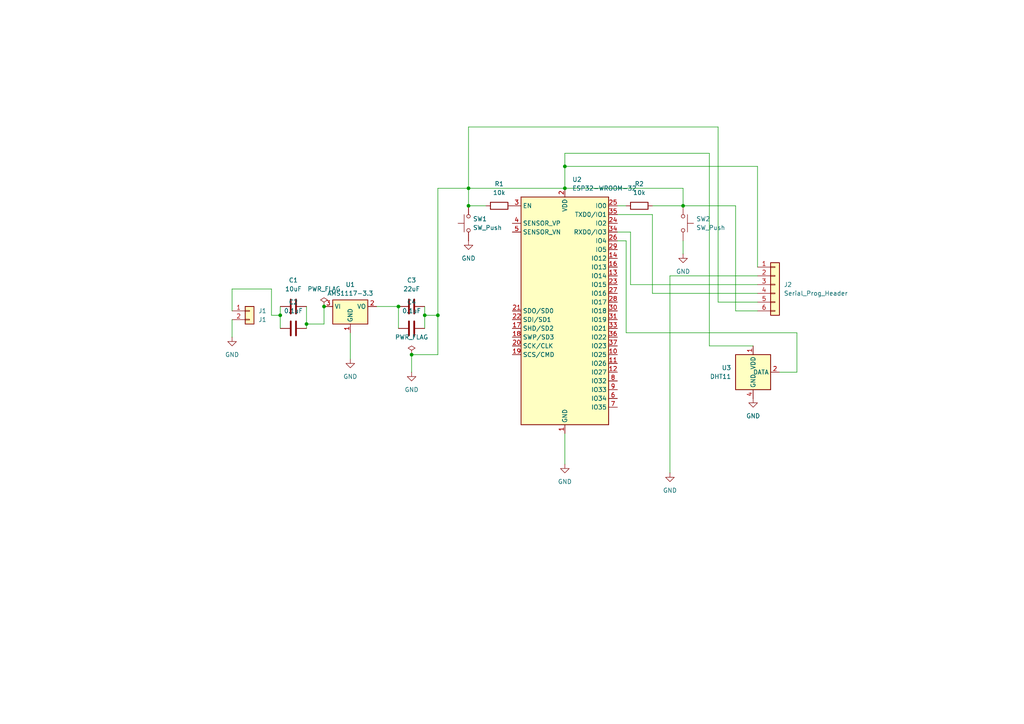
<source format=kicad_sch>
(kicad_sch
	(version 20250114)
	(generator "eeschema")
	(generator_version "9.0")
	(uuid "85931d4a-743c-4e66-828d-40480aed3678")
	(paper "A4")
	(lib_symbols
		(symbol "Connector_Generic:Conn_01x02"
			(pin_names
				(offset 1.016)
				(hide yes)
			)
			(exclude_from_sim no)
			(in_bom yes)
			(on_board yes)
			(property "Reference" "J"
				(at 0 2.54 0)
				(effects
					(font
						(size 1.27 1.27)
					)
				)
			)
			(property "Value" "Conn_01x02"
				(at 0 -5.08 0)
				(effects
					(font
						(size 1.27 1.27)
					)
				)
			)
			(property "Footprint" ""
				(at 0 0 0)
				(effects
					(font
						(size 1.27 1.27)
					)
					(hide yes)
				)
			)
			(property "Datasheet" "~"
				(at 0 0 0)
				(effects
					(font
						(size 1.27 1.27)
					)
					(hide yes)
				)
			)
			(property "Description" "Generic connector, single row, 01x02, script generated (kicad-library-utils/schlib/autogen/connector/)"
				(at 0 0 0)
				(effects
					(font
						(size 1.27 1.27)
					)
					(hide yes)
				)
			)
			(property "ki_keywords" "connector"
				(at 0 0 0)
				(effects
					(font
						(size 1.27 1.27)
					)
					(hide yes)
				)
			)
			(property "ki_fp_filters" "Connector*:*_1x??_*"
				(at 0 0 0)
				(effects
					(font
						(size 1.27 1.27)
					)
					(hide yes)
				)
			)
			(symbol "Conn_01x02_1_1"
				(rectangle
					(start -1.27 1.27)
					(end 1.27 -3.81)
					(stroke
						(width 0.254)
						(type default)
					)
					(fill
						(type background)
					)
				)
				(rectangle
					(start -1.27 0.127)
					(end 0 -0.127)
					(stroke
						(width 0.1524)
						(type default)
					)
					(fill
						(type none)
					)
				)
				(rectangle
					(start -1.27 -2.413)
					(end 0 -2.667)
					(stroke
						(width 0.1524)
						(type default)
					)
					(fill
						(type none)
					)
				)
				(pin passive line
					(at -5.08 0 0)
					(length 3.81)
					(name "Pin_1"
						(effects
							(font
								(size 1.27 1.27)
							)
						)
					)
					(number "1"
						(effects
							(font
								(size 1.27 1.27)
							)
						)
					)
				)
				(pin passive line
					(at -5.08 -2.54 0)
					(length 3.81)
					(name "Pin_2"
						(effects
							(font
								(size 1.27 1.27)
							)
						)
					)
					(number "2"
						(effects
							(font
								(size 1.27 1.27)
							)
						)
					)
				)
			)
			(embedded_fonts no)
		)
		(symbol "Connector_Generic:Conn_01x06"
			(pin_names
				(offset 1.016)
				(hide yes)
			)
			(exclude_from_sim no)
			(in_bom yes)
			(on_board yes)
			(property "Reference" "J"
				(at 0 7.62 0)
				(effects
					(font
						(size 1.27 1.27)
					)
				)
			)
			(property "Value" "Conn_01x06"
				(at 0 -10.16 0)
				(effects
					(font
						(size 1.27 1.27)
					)
				)
			)
			(property "Footprint" ""
				(at 0 0 0)
				(effects
					(font
						(size 1.27 1.27)
					)
					(hide yes)
				)
			)
			(property "Datasheet" "~"
				(at 0 0 0)
				(effects
					(font
						(size 1.27 1.27)
					)
					(hide yes)
				)
			)
			(property "Description" "Generic connector, single row, 01x06, script generated (kicad-library-utils/schlib/autogen/connector/)"
				(at 0 0 0)
				(effects
					(font
						(size 1.27 1.27)
					)
					(hide yes)
				)
			)
			(property "ki_keywords" "connector"
				(at 0 0 0)
				(effects
					(font
						(size 1.27 1.27)
					)
					(hide yes)
				)
			)
			(property "ki_fp_filters" "Connector*:*_1x??_*"
				(at 0 0 0)
				(effects
					(font
						(size 1.27 1.27)
					)
					(hide yes)
				)
			)
			(symbol "Conn_01x06_1_1"
				(rectangle
					(start -1.27 6.35)
					(end 1.27 -8.89)
					(stroke
						(width 0.254)
						(type default)
					)
					(fill
						(type background)
					)
				)
				(rectangle
					(start -1.27 5.207)
					(end 0 4.953)
					(stroke
						(width 0.1524)
						(type default)
					)
					(fill
						(type none)
					)
				)
				(rectangle
					(start -1.27 2.667)
					(end 0 2.413)
					(stroke
						(width 0.1524)
						(type default)
					)
					(fill
						(type none)
					)
				)
				(rectangle
					(start -1.27 0.127)
					(end 0 -0.127)
					(stroke
						(width 0.1524)
						(type default)
					)
					(fill
						(type none)
					)
				)
				(rectangle
					(start -1.27 -2.413)
					(end 0 -2.667)
					(stroke
						(width 0.1524)
						(type default)
					)
					(fill
						(type none)
					)
				)
				(rectangle
					(start -1.27 -4.953)
					(end 0 -5.207)
					(stroke
						(width 0.1524)
						(type default)
					)
					(fill
						(type none)
					)
				)
				(rectangle
					(start -1.27 -7.493)
					(end 0 -7.747)
					(stroke
						(width 0.1524)
						(type default)
					)
					(fill
						(type none)
					)
				)
				(pin passive line
					(at -5.08 5.08 0)
					(length 3.81)
					(name "Pin_1"
						(effects
							(font
								(size 1.27 1.27)
							)
						)
					)
					(number "1"
						(effects
							(font
								(size 1.27 1.27)
							)
						)
					)
				)
				(pin passive line
					(at -5.08 2.54 0)
					(length 3.81)
					(name "Pin_2"
						(effects
							(font
								(size 1.27 1.27)
							)
						)
					)
					(number "2"
						(effects
							(font
								(size 1.27 1.27)
							)
						)
					)
				)
				(pin passive line
					(at -5.08 0 0)
					(length 3.81)
					(name "Pin_3"
						(effects
							(font
								(size 1.27 1.27)
							)
						)
					)
					(number "3"
						(effects
							(font
								(size 1.27 1.27)
							)
						)
					)
				)
				(pin passive line
					(at -5.08 -2.54 0)
					(length 3.81)
					(name "Pin_4"
						(effects
							(font
								(size 1.27 1.27)
							)
						)
					)
					(number "4"
						(effects
							(font
								(size 1.27 1.27)
							)
						)
					)
				)
				(pin passive line
					(at -5.08 -5.08 0)
					(length 3.81)
					(name "Pin_5"
						(effects
							(font
								(size 1.27 1.27)
							)
						)
					)
					(number "5"
						(effects
							(font
								(size 1.27 1.27)
							)
						)
					)
				)
				(pin passive line
					(at -5.08 -7.62 0)
					(length 3.81)
					(name "Pin_6"
						(effects
							(font
								(size 1.27 1.27)
							)
						)
					)
					(number "6"
						(effects
							(font
								(size 1.27 1.27)
							)
						)
					)
				)
			)
			(embedded_fonts no)
		)
		(symbol "Device:C"
			(pin_numbers
				(hide yes)
			)
			(pin_names
				(offset 0.254)
			)
			(exclude_from_sim no)
			(in_bom yes)
			(on_board yes)
			(property "Reference" "C"
				(at 0.635 2.54 0)
				(effects
					(font
						(size 1.27 1.27)
					)
					(justify left)
				)
			)
			(property "Value" "C"
				(at 0.635 -2.54 0)
				(effects
					(font
						(size 1.27 1.27)
					)
					(justify left)
				)
			)
			(property "Footprint" ""
				(at 0.9652 -3.81 0)
				(effects
					(font
						(size 1.27 1.27)
					)
					(hide yes)
				)
			)
			(property "Datasheet" "~"
				(at 0 0 0)
				(effects
					(font
						(size 1.27 1.27)
					)
					(hide yes)
				)
			)
			(property "Description" "Unpolarized capacitor"
				(at 0 0 0)
				(effects
					(font
						(size 1.27 1.27)
					)
					(hide yes)
				)
			)
			(property "ki_keywords" "cap capacitor"
				(at 0 0 0)
				(effects
					(font
						(size 1.27 1.27)
					)
					(hide yes)
				)
			)
			(property "ki_fp_filters" "C_*"
				(at 0 0 0)
				(effects
					(font
						(size 1.27 1.27)
					)
					(hide yes)
				)
			)
			(symbol "C_0_1"
				(polyline
					(pts
						(xy -2.032 0.762) (xy 2.032 0.762)
					)
					(stroke
						(width 0.508)
						(type default)
					)
					(fill
						(type none)
					)
				)
				(polyline
					(pts
						(xy -2.032 -0.762) (xy 2.032 -0.762)
					)
					(stroke
						(width 0.508)
						(type default)
					)
					(fill
						(type none)
					)
				)
			)
			(symbol "C_1_1"
				(pin passive line
					(at 0 3.81 270)
					(length 2.794)
					(name "~"
						(effects
							(font
								(size 1.27 1.27)
							)
						)
					)
					(number "1"
						(effects
							(font
								(size 1.27 1.27)
							)
						)
					)
				)
				(pin passive line
					(at 0 -3.81 90)
					(length 2.794)
					(name "~"
						(effects
							(font
								(size 1.27 1.27)
							)
						)
					)
					(number "2"
						(effects
							(font
								(size 1.27 1.27)
							)
						)
					)
				)
			)
			(embedded_fonts no)
		)
		(symbol "Device:R"
			(pin_numbers
				(hide yes)
			)
			(pin_names
				(offset 0)
			)
			(exclude_from_sim no)
			(in_bom yes)
			(on_board yes)
			(property "Reference" "R"
				(at 2.032 0 90)
				(effects
					(font
						(size 1.27 1.27)
					)
				)
			)
			(property "Value" "R"
				(at 0 0 90)
				(effects
					(font
						(size 1.27 1.27)
					)
				)
			)
			(property "Footprint" ""
				(at -1.778 0 90)
				(effects
					(font
						(size 1.27 1.27)
					)
					(hide yes)
				)
			)
			(property "Datasheet" "~"
				(at 0 0 0)
				(effects
					(font
						(size 1.27 1.27)
					)
					(hide yes)
				)
			)
			(property "Description" "Resistor"
				(at 0 0 0)
				(effects
					(font
						(size 1.27 1.27)
					)
					(hide yes)
				)
			)
			(property "ki_keywords" "R res resistor"
				(at 0 0 0)
				(effects
					(font
						(size 1.27 1.27)
					)
					(hide yes)
				)
			)
			(property "ki_fp_filters" "R_*"
				(at 0 0 0)
				(effects
					(font
						(size 1.27 1.27)
					)
					(hide yes)
				)
			)
			(symbol "R_0_1"
				(rectangle
					(start -1.016 -2.54)
					(end 1.016 2.54)
					(stroke
						(width 0.254)
						(type default)
					)
					(fill
						(type none)
					)
				)
			)
			(symbol "R_1_1"
				(pin passive line
					(at 0 3.81 270)
					(length 1.27)
					(name "~"
						(effects
							(font
								(size 1.27 1.27)
							)
						)
					)
					(number "1"
						(effects
							(font
								(size 1.27 1.27)
							)
						)
					)
				)
				(pin passive line
					(at 0 -3.81 90)
					(length 1.27)
					(name "~"
						(effects
							(font
								(size 1.27 1.27)
							)
						)
					)
					(number "2"
						(effects
							(font
								(size 1.27 1.27)
							)
						)
					)
				)
			)
			(embedded_fonts no)
		)
		(symbol "RF_Module:ESP32-WROOM-32"
			(exclude_from_sim no)
			(in_bom yes)
			(on_board yes)
			(property "Reference" "U"
				(at -12.7 34.29 0)
				(effects
					(font
						(size 1.27 1.27)
					)
					(justify left)
				)
			)
			(property "Value" "ESP32-WROOM-32"
				(at 1.27 34.29 0)
				(effects
					(font
						(size 1.27 1.27)
					)
					(justify left)
				)
			)
			(property "Footprint" "RF_Module:ESP32-WROOM-32"
				(at 0 -38.1 0)
				(effects
					(font
						(size 1.27 1.27)
					)
					(hide yes)
				)
			)
			(property "Datasheet" "https://www.espressif.com/sites/default/files/documentation/esp32-wroom-32_datasheet_en.pdf"
				(at -7.62 1.27 0)
				(effects
					(font
						(size 1.27 1.27)
					)
					(hide yes)
				)
			)
			(property "Description" "RF Module, ESP32-D0WDQ6 SoC, Wi-Fi 802.11b/g/n, Bluetooth, BLE, 32-bit, 2.7-3.6V, onboard antenna, SMD"
				(at 0 0 0)
				(effects
					(font
						(size 1.27 1.27)
					)
					(hide yes)
				)
			)
			(property "ki_keywords" "RF Radio BT ESP ESP32 Espressif onboard PCB antenna"
				(at 0 0 0)
				(effects
					(font
						(size 1.27 1.27)
					)
					(hide yes)
				)
			)
			(property "ki_fp_filters" "ESP32?WROOM?32*"
				(at 0 0 0)
				(effects
					(font
						(size 1.27 1.27)
					)
					(hide yes)
				)
			)
			(symbol "ESP32-WROOM-32_0_1"
				(rectangle
					(start -12.7 33.02)
					(end 12.7 -33.02)
					(stroke
						(width 0.254)
						(type default)
					)
					(fill
						(type background)
					)
				)
			)
			(symbol "ESP32-WROOM-32_1_1"
				(pin input line
					(at -15.24 30.48 0)
					(length 2.54)
					(name "EN"
						(effects
							(font
								(size 1.27 1.27)
							)
						)
					)
					(number "3"
						(effects
							(font
								(size 1.27 1.27)
							)
						)
					)
				)
				(pin input line
					(at -15.24 25.4 0)
					(length 2.54)
					(name "SENSOR_VP"
						(effects
							(font
								(size 1.27 1.27)
							)
						)
					)
					(number "4"
						(effects
							(font
								(size 1.27 1.27)
							)
						)
					)
				)
				(pin input line
					(at -15.24 22.86 0)
					(length 2.54)
					(name "SENSOR_VN"
						(effects
							(font
								(size 1.27 1.27)
							)
						)
					)
					(number "5"
						(effects
							(font
								(size 1.27 1.27)
							)
						)
					)
				)
				(pin bidirectional line
					(at -15.24 0 0)
					(length 2.54)
					(name "SDO/SD0"
						(effects
							(font
								(size 1.27 1.27)
							)
						)
					)
					(number "21"
						(effects
							(font
								(size 1.27 1.27)
							)
						)
					)
				)
				(pin bidirectional line
					(at -15.24 -2.54 0)
					(length 2.54)
					(name "SDI/SD1"
						(effects
							(font
								(size 1.27 1.27)
							)
						)
					)
					(number "22"
						(effects
							(font
								(size 1.27 1.27)
							)
						)
					)
				)
				(pin bidirectional line
					(at -15.24 -5.08 0)
					(length 2.54)
					(name "SHD/SD2"
						(effects
							(font
								(size 1.27 1.27)
							)
						)
					)
					(number "17"
						(effects
							(font
								(size 1.27 1.27)
							)
						)
					)
				)
				(pin bidirectional line
					(at -15.24 -7.62 0)
					(length 2.54)
					(name "SWP/SD3"
						(effects
							(font
								(size 1.27 1.27)
							)
						)
					)
					(number "18"
						(effects
							(font
								(size 1.27 1.27)
							)
						)
					)
				)
				(pin bidirectional line
					(at -15.24 -10.16 0)
					(length 2.54)
					(name "SCK/CLK"
						(effects
							(font
								(size 1.27 1.27)
							)
						)
					)
					(number "20"
						(effects
							(font
								(size 1.27 1.27)
							)
						)
					)
				)
				(pin bidirectional line
					(at -15.24 -12.7 0)
					(length 2.54)
					(name "SCS/CMD"
						(effects
							(font
								(size 1.27 1.27)
							)
						)
					)
					(number "19"
						(effects
							(font
								(size 1.27 1.27)
							)
						)
					)
				)
				(pin no_connect line
					(at -12.7 -27.94 0)
					(length 2.54)
					(hide yes)
					(name "NC"
						(effects
							(font
								(size 1.27 1.27)
							)
						)
					)
					(number "32"
						(effects
							(font
								(size 1.27 1.27)
							)
						)
					)
				)
				(pin power_in line
					(at 0 35.56 270)
					(length 2.54)
					(name "VDD"
						(effects
							(font
								(size 1.27 1.27)
							)
						)
					)
					(number "2"
						(effects
							(font
								(size 1.27 1.27)
							)
						)
					)
				)
				(pin power_in line
					(at 0 -35.56 90)
					(length 2.54)
					(name "GND"
						(effects
							(font
								(size 1.27 1.27)
							)
						)
					)
					(number "1"
						(effects
							(font
								(size 1.27 1.27)
							)
						)
					)
				)
				(pin passive line
					(at 0 -35.56 90)
					(length 2.54)
					(hide yes)
					(name "GND"
						(effects
							(font
								(size 1.27 1.27)
							)
						)
					)
					(number "15"
						(effects
							(font
								(size 1.27 1.27)
							)
						)
					)
				)
				(pin passive line
					(at 0 -35.56 90)
					(length 2.54)
					(hide yes)
					(name "GND"
						(effects
							(font
								(size 1.27 1.27)
							)
						)
					)
					(number "38"
						(effects
							(font
								(size 1.27 1.27)
							)
						)
					)
				)
				(pin passive line
					(at 0 -35.56 90)
					(length 2.54)
					(hide yes)
					(name "GND"
						(effects
							(font
								(size 1.27 1.27)
							)
						)
					)
					(number "39"
						(effects
							(font
								(size 1.27 1.27)
							)
						)
					)
				)
				(pin bidirectional line
					(at 15.24 30.48 180)
					(length 2.54)
					(name "IO0"
						(effects
							(font
								(size 1.27 1.27)
							)
						)
					)
					(number "25"
						(effects
							(font
								(size 1.27 1.27)
							)
						)
					)
				)
				(pin bidirectional line
					(at 15.24 27.94 180)
					(length 2.54)
					(name "TXD0/IO1"
						(effects
							(font
								(size 1.27 1.27)
							)
						)
					)
					(number "35"
						(effects
							(font
								(size 1.27 1.27)
							)
						)
					)
				)
				(pin bidirectional line
					(at 15.24 25.4 180)
					(length 2.54)
					(name "IO2"
						(effects
							(font
								(size 1.27 1.27)
							)
						)
					)
					(number "24"
						(effects
							(font
								(size 1.27 1.27)
							)
						)
					)
				)
				(pin bidirectional line
					(at 15.24 22.86 180)
					(length 2.54)
					(name "RXD0/IO3"
						(effects
							(font
								(size 1.27 1.27)
							)
						)
					)
					(number "34"
						(effects
							(font
								(size 1.27 1.27)
							)
						)
					)
				)
				(pin bidirectional line
					(at 15.24 20.32 180)
					(length 2.54)
					(name "IO4"
						(effects
							(font
								(size 1.27 1.27)
							)
						)
					)
					(number "26"
						(effects
							(font
								(size 1.27 1.27)
							)
						)
					)
				)
				(pin bidirectional line
					(at 15.24 17.78 180)
					(length 2.54)
					(name "IO5"
						(effects
							(font
								(size 1.27 1.27)
							)
						)
					)
					(number "29"
						(effects
							(font
								(size 1.27 1.27)
							)
						)
					)
				)
				(pin bidirectional line
					(at 15.24 15.24 180)
					(length 2.54)
					(name "IO12"
						(effects
							(font
								(size 1.27 1.27)
							)
						)
					)
					(number "14"
						(effects
							(font
								(size 1.27 1.27)
							)
						)
					)
				)
				(pin bidirectional line
					(at 15.24 12.7 180)
					(length 2.54)
					(name "IO13"
						(effects
							(font
								(size 1.27 1.27)
							)
						)
					)
					(number "16"
						(effects
							(font
								(size 1.27 1.27)
							)
						)
					)
				)
				(pin bidirectional line
					(at 15.24 10.16 180)
					(length 2.54)
					(name "IO14"
						(effects
							(font
								(size 1.27 1.27)
							)
						)
					)
					(number "13"
						(effects
							(font
								(size 1.27 1.27)
							)
						)
					)
				)
				(pin bidirectional line
					(at 15.24 7.62 180)
					(length 2.54)
					(name "IO15"
						(effects
							(font
								(size 1.27 1.27)
							)
						)
					)
					(number "23"
						(effects
							(font
								(size 1.27 1.27)
							)
						)
					)
				)
				(pin bidirectional line
					(at 15.24 5.08 180)
					(length 2.54)
					(name "IO16"
						(effects
							(font
								(size 1.27 1.27)
							)
						)
					)
					(number "27"
						(effects
							(font
								(size 1.27 1.27)
							)
						)
					)
				)
				(pin bidirectional line
					(at 15.24 2.54 180)
					(length 2.54)
					(name "IO17"
						(effects
							(font
								(size 1.27 1.27)
							)
						)
					)
					(number "28"
						(effects
							(font
								(size 1.27 1.27)
							)
						)
					)
				)
				(pin bidirectional line
					(at 15.24 0 180)
					(length 2.54)
					(name "IO18"
						(effects
							(font
								(size 1.27 1.27)
							)
						)
					)
					(number "30"
						(effects
							(font
								(size 1.27 1.27)
							)
						)
					)
				)
				(pin bidirectional line
					(at 15.24 -2.54 180)
					(length 2.54)
					(name "IO19"
						(effects
							(font
								(size 1.27 1.27)
							)
						)
					)
					(number "31"
						(effects
							(font
								(size 1.27 1.27)
							)
						)
					)
				)
				(pin bidirectional line
					(at 15.24 -5.08 180)
					(length 2.54)
					(name "IO21"
						(effects
							(font
								(size 1.27 1.27)
							)
						)
					)
					(number "33"
						(effects
							(font
								(size 1.27 1.27)
							)
						)
					)
				)
				(pin bidirectional line
					(at 15.24 -7.62 180)
					(length 2.54)
					(name "IO22"
						(effects
							(font
								(size 1.27 1.27)
							)
						)
					)
					(number "36"
						(effects
							(font
								(size 1.27 1.27)
							)
						)
					)
				)
				(pin bidirectional line
					(at 15.24 -10.16 180)
					(length 2.54)
					(name "IO23"
						(effects
							(font
								(size 1.27 1.27)
							)
						)
					)
					(number "37"
						(effects
							(font
								(size 1.27 1.27)
							)
						)
					)
				)
				(pin bidirectional line
					(at 15.24 -12.7 180)
					(length 2.54)
					(name "IO25"
						(effects
							(font
								(size 1.27 1.27)
							)
						)
					)
					(number "10"
						(effects
							(font
								(size 1.27 1.27)
							)
						)
					)
				)
				(pin bidirectional line
					(at 15.24 -15.24 180)
					(length 2.54)
					(name "IO26"
						(effects
							(font
								(size 1.27 1.27)
							)
						)
					)
					(number "11"
						(effects
							(font
								(size 1.27 1.27)
							)
						)
					)
				)
				(pin bidirectional line
					(at 15.24 -17.78 180)
					(length 2.54)
					(name "IO27"
						(effects
							(font
								(size 1.27 1.27)
							)
						)
					)
					(number "12"
						(effects
							(font
								(size 1.27 1.27)
							)
						)
					)
				)
				(pin bidirectional line
					(at 15.24 -20.32 180)
					(length 2.54)
					(name "IO32"
						(effects
							(font
								(size 1.27 1.27)
							)
						)
					)
					(number "8"
						(effects
							(font
								(size 1.27 1.27)
							)
						)
					)
				)
				(pin bidirectional line
					(at 15.24 -22.86 180)
					(length 2.54)
					(name "IO33"
						(effects
							(font
								(size 1.27 1.27)
							)
						)
					)
					(number "9"
						(effects
							(font
								(size 1.27 1.27)
							)
						)
					)
				)
				(pin input line
					(at 15.24 -25.4 180)
					(length 2.54)
					(name "IO34"
						(effects
							(font
								(size 1.27 1.27)
							)
						)
					)
					(number "6"
						(effects
							(font
								(size 1.27 1.27)
							)
						)
					)
				)
				(pin input line
					(at 15.24 -27.94 180)
					(length 2.54)
					(name "IO35"
						(effects
							(font
								(size 1.27 1.27)
							)
						)
					)
					(number "7"
						(effects
							(font
								(size 1.27 1.27)
							)
						)
					)
				)
			)
			(embedded_fonts no)
		)
		(symbol "Regulator_Linear:AMS1117-3.3"
			(exclude_from_sim no)
			(in_bom yes)
			(on_board yes)
			(property "Reference" "U"
				(at -3.81 3.175 0)
				(effects
					(font
						(size 1.27 1.27)
					)
				)
			)
			(property "Value" "AMS1117-3.3"
				(at 0 3.175 0)
				(effects
					(font
						(size 1.27 1.27)
					)
					(justify left)
				)
			)
			(property "Footprint" "Package_TO_SOT_SMD:SOT-223-3_TabPin2"
				(at 0 5.08 0)
				(effects
					(font
						(size 1.27 1.27)
					)
					(hide yes)
				)
			)
			(property "Datasheet" "http://www.advanced-monolithic.com/pdf/ds1117.pdf"
				(at 2.54 -6.35 0)
				(effects
					(font
						(size 1.27 1.27)
					)
					(hide yes)
				)
			)
			(property "Description" "1A Low Dropout regulator, positive, 3.3V fixed output, SOT-223"
				(at 0 0 0)
				(effects
					(font
						(size 1.27 1.27)
					)
					(hide yes)
				)
			)
			(property "ki_keywords" "linear regulator ldo fixed positive"
				(at 0 0 0)
				(effects
					(font
						(size 1.27 1.27)
					)
					(hide yes)
				)
			)
			(property "ki_fp_filters" "SOT?223*TabPin2*"
				(at 0 0 0)
				(effects
					(font
						(size 1.27 1.27)
					)
					(hide yes)
				)
			)
			(symbol "AMS1117-3.3_0_1"
				(rectangle
					(start -5.08 -5.08)
					(end 5.08 1.905)
					(stroke
						(width 0.254)
						(type default)
					)
					(fill
						(type background)
					)
				)
			)
			(symbol "AMS1117-3.3_1_1"
				(pin power_in line
					(at -7.62 0 0)
					(length 2.54)
					(name "VI"
						(effects
							(font
								(size 1.27 1.27)
							)
						)
					)
					(number "3"
						(effects
							(font
								(size 1.27 1.27)
							)
						)
					)
				)
				(pin power_in line
					(at 0 -7.62 90)
					(length 2.54)
					(name "GND"
						(effects
							(font
								(size 1.27 1.27)
							)
						)
					)
					(number "1"
						(effects
							(font
								(size 1.27 1.27)
							)
						)
					)
				)
				(pin power_out line
					(at 7.62 0 180)
					(length 2.54)
					(name "VO"
						(effects
							(font
								(size 1.27 1.27)
							)
						)
					)
					(number "2"
						(effects
							(font
								(size 1.27 1.27)
							)
						)
					)
				)
			)
			(embedded_fonts no)
		)
		(symbol "Sensor:DHT11"
			(exclude_from_sim no)
			(in_bom yes)
			(on_board yes)
			(property "Reference" "U"
				(at -3.81 6.35 0)
				(effects
					(font
						(size 1.27 1.27)
					)
				)
			)
			(property "Value" "DHT11"
				(at 3.81 6.35 0)
				(effects
					(font
						(size 1.27 1.27)
					)
				)
			)
			(property "Footprint" "Sensor:Aosong_DHT11_5.5x12.0_P2.54mm"
				(at 0 -10.16 0)
				(effects
					(font
						(size 1.27 1.27)
					)
					(hide yes)
				)
			)
			(property "Datasheet" "http://akizukidenshi.com/download/ds/aosong/DHT11.pdf"
				(at 3.81 6.35 0)
				(effects
					(font
						(size 1.27 1.27)
					)
					(hide yes)
				)
			)
			(property "Description" "3.3V to 5.5V, temperature and humidity module, DHT11"
				(at 0 0 0)
				(effects
					(font
						(size 1.27 1.27)
					)
					(hide yes)
				)
			)
			(property "ki_keywords" "digital sensor"
				(at 0 0 0)
				(effects
					(font
						(size 1.27 1.27)
					)
					(hide yes)
				)
			)
			(property "ki_fp_filters" "Aosong*DHT11*5.5x12.0*P2.54mm*"
				(at 0 0 0)
				(effects
					(font
						(size 1.27 1.27)
					)
					(hide yes)
				)
			)
			(symbol "DHT11_0_1"
				(rectangle
					(start -5.08 5.08)
					(end 5.08 -5.08)
					(stroke
						(width 0.254)
						(type default)
					)
					(fill
						(type background)
					)
				)
			)
			(symbol "DHT11_1_1"
				(pin no_connect line
					(at -5.08 0 0)
					(length 2.54)
					(hide yes)
					(name "NC"
						(effects
							(font
								(size 1.27 1.27)
							)
						)
					)
					(number "3"
						(effects
							(font
								(size 1.27 1.27)
							)
						)
					)
				)
				(pin power_in line
					(at 0 7.62 270)
					(length 2.54)
					(name "VDD"
						(effects
							(font
								(size 1.27 1.27)
							)
						)
					)
					(number "1"
						(effects
							(font
								(size 1.27 1.27)
							)
						)
					)
				)
				(pin power_in line
					(at 0 -7.62 90)
					(length 2.54)
					(name "GND"
						(effects
							(font
								(size 1.27 1.27)
							)
						)
					)
					(number "4"
						(effects
							(font
								(size 1.27 1.27)
							)
						)
					)
				)
				(pin bidirectional line
					(at 7.62 0 180)
					(length 2.54)
					(name "DATA"
						(effects
							(font
								(size 1.27 1.27)
							)
						)
					)
					(number "2"
						(effects
							(font
								(size 1.27 1.27)
							)
						)
					)
				)
			)
			(embedded_fonts no)
		)
		(symbol "Switch:SW_Push"
			(pin_numbers
				(hide yes)
			)
			(pin_names
				(offset 1.016)
				(hide yes)
			)
			(exclude_from_sim no)
			(in_bom yes)
			(on_board yes)
			(property "Reference" "SW"
				(at 1.27 2.54 0)
				(effects
					(font
						(size 1.27 1.27)
					)
					(justify left)
				)
			)
			(property "Value" "SW_Push"
				(at 0 -1.524 0)
				(effects
					(font
						(size 1.27 1.27)
					)
				)
			)
			(property "Footprint" ""
				(at 0 5.08 0)
				(effects
					(font
						(size 1.27 1.27)
					)
					(hide yes)
				)
			)
			(property "Datasheet" "~"
				(at 0 5.08 0)
				(effects
					(font
						(size 1.27 1.27)
					)
					(hide yes)
				)
			)
			(property "Description" "Push button switch, generic, two pins"
				(at 0 0 0)
				(effects
					(font
						(size 1.27 1.27)
					)
					(hide yes)
				)
			)
			(property "ki_keywords" "switch normally-open pushbutton push-button"
				(at 0 0 0)
				(effects
					(font
						(size 1.27 1.27)
					)
					(hide yes)
				)
			)
			(symbol "SW_Push_0_1"
				(circle
					(center -2.032 0)
					(radius 0.508)
					(stroke
						(width 0)
						(type default)
					)
					(fill
						(type none)
					)
				)
				(polyline
					(pts
						(xy 0 1.27) (xy 0 3.048)
					)
					(stroke
						(width 0)
						(type default)
					)
					(fill
						(type none)
					)
				)
				(circle
					(center 2.032 0)
					(radius 0.508)
					(stroke
						(width 0)
						(type default)
					)
					(fill
						(type none)
					)
				)
				(polyline
					(pts
						(xy 2.54 1.27) (xy -2.54 1.27)
					)
					(stroke
						(width 0)
						(type default)
					)
					(fill
						(type none)
					)
				)
				(pin passive line
					(at -5.08 0 0)
					(length 2.54)
					(name "1"
						(effects
							(font
								(size 1.27 1.27)
							)
						)
					)
					(number "1"
						(effects
							(font
								(size 1.27 1.27)
							)
						)
					)
				)
				(pin passive line
					(at 5.08 0 180)
					(length 2.54)
					(name "2"
						(effects
							(font
								(size 1.27 1.27)
							)
						)
					)
					(number "2"
						(effects
							(font
								(size 1.27 1.27)
							)
						)
					)
				)
			)
			(embedded_fonts no)
		)
		(symbol "power:GND"
			(power)
			(pin_numbers
				(hide yes)
			)
			(pin_names
				(offset 0)
				(hide yes)
			)
			(exclude_from_sim no)
			(in_bom yes)
			(on_board yes)
			(property "Reference" "#PWR"
				(at 0 -6.35 0)
				(effects
					(font
						(size 1.27 1.27)
					)
					(hide yes)
				)
			)
			(property "Value" "GND"
				(at 0 -3.81 0)
				(effects
					(font
						(size 1.27 1.27)
					)
				)
			)
			(property "Footprint" ""
				(at 0 0 0)
				(effects
					(font
						(size 1.27 1.27)
					)
					(hide yes)
				)
			)
			(property "Datasheet" ""
				(at 0 0 0)
				(effects
					(font
						(size 1.27 1.27)
					)
					(hide yes)
				)
			)
			(property "Description" "Power symbol creates a global label with name \"GND\" , ground"
				(at 0 0 0)
				(effects
					(font
						(size 1.27 1.27)
					)
					(hide yes)
				)
			)
			(property "ki_keywords" "global power"
				(at 0 0 0)
				(effects
					(font
						(size 1.27 1.27)
					)
					(hide yes)
				)
			)
			(symbol "GND_0_1"
				(polyline
					(pts
						(xy 0 0) (xy 0 -1.27) (xy 1.27 -1.27) (xy 0 -2.54) (xy -1.27 -1.27) (xy 0 -1.27)
					)
					(stroke
						(width 0)
						(type default)
					)
					(fill
						(type none)
					)
				)
			)
			(symbol "GND_1_1"
				(pin power_in line
					(at 0 0 270)
					(length 0)
					(name "~"
						(effects
							(font
								(size 1.27 1.27)
							)
						)
					)
					(number "1"
						(effects
							(font
								(size 1.27 1.27)
							)
						)
					)
				)
			)
			(embedded_fonts no)
		)
		(symbol "power:PWR_FLAG"
			(power)
			(pin_numbers
				(hide yes)
			)
			(pin_names
				(offset 0)
				(hide yes)
			)
			(exclude_from_sim no)
			(in_bom yes)
			(on_board yes)
			(property "Reference" "#FLG"
				(at 0 1.905 0)
				(effects
					(font
						(size 1.27 1.27)
					)
					(hide yes)
				)
			)
			(property "Value" "PWR_FLAG"
				(at 0 3.81 0)
				(effects
					(font
						(size 1.27 1.27)
					)
				)
			)
			(property "Footprint" ""
				(at 0 0 0)
				(effects
					(font
						(size 1.27 1.27)
					)
					(hide yes)
				)
			)
			(property "Datasheet" "~"
				(at 0 0 0)
				(effects
					(font
						(size 1.27 1.27)
					)
					(hide yes)
				)
			)
			(property "Description" "Special symbol for telling ERC where power comes from"
				(at 0 0 0)
				(effects
					(font
						(size 1.27 1.27)
					)
					(hide yes)
				)
			)
			(property "ki_keywords" "flag power"
				(at 0 0 0)
				(effects
					(font
						(size 1.27 1.27)
					)
					(hide yes)
				)
			)
			(symbol "PWR_FLAG_0_0"
				(pin power_out line
					(at 0 0 90)
					(length 0)
					(name "~"
						(effects
							(font
								(size 1.27 1.27)
							)
						)
					)
					(number "1"
						(effects
							(font
								(size 1.27 1.27)
							)
						)
					)
				)
			)
			(symbol "PWR_FLAG_0_1"
				(polyline
					(pts
						(xy 0 0) (xy 0 1.27) (xy -1.016 1.905) (xy 0 2.54) (xy 1.016 1.905) (xy 0 1.27)
					)
					(stroke
						(width 0)
						(type default)
					)
					(fill
						(type none)
					)
				)
			)
			(embedded_fonts no)
		)
	)
	(junction
		(at 163.83 54.61)
		(diameter 0)
		(color 0 0 0 0)
		(uuid "062eb856-8b5a-47e4-9df7-c520d8edcffa")
	)
	(junction
		(at 127 91.44)
		(diameter 0)
		(color 0 0 0 0)
		(uuid "091d44b8-4360-4123-8f7d-0843a5f8dace")
	)
	(junction
		(at 123.19 91.44)
		(diameter 0)
		(color 0 0 0 0)
		(uuid "688f8f98-1495-43b0-95d7-c6351de7be59")
	)
	(junction
		(at 115.57 88.9)
		(diameter 0)
		(color 0 0 0 0)
		(uuid "71633f4c-7a4b-4f1b-bdbc-e15fff5c118f")
	)
	(junction
		(at 88.9 93.98)
		(diameter 0)
		(color 0 0 0 0)
		(uuid "84d43b9b-1ba0-4de7-8650-b66ee98e2d05")
	)
	(junction
		(at 135.89 54.61)
		(diameter 0)
		(color 0 0 0 0)
		(uuid "8654167d-4e4a-4275-b52b-c7002b624293")
	)
	(junction
		(at 93.98 88.9)
		(diameter 0)
		(color 0 0 0 0)
		(uuid "87fe1d3c-66c0-4e2d-bbdc-c1bdc6cf0844")
	)
	(junction
		(at 135.89 59.69)
		(diameter 0)
		(color 0 0 0 0)
		(uuid "add50773-313e-48dd-8c63-a2a04b827b3b")
	)
	(junction
		(at 198.12 59.69)
		(diameter 0)
		(color 0 0 0 0)
		(uuid "c45a5aea-a60d-4fae-aedd-4f6b253822d4")
	)
	(junction
		(at 119.38 102.87)
		(diameter 0)
		(color 0 0 0 0)
		(uuid "f01451a0-54d8-4309-84ad-ddde79146920")
	)
	(junction
		(at 163.83 48.26)
		(diameter 0)
		(color 0 0 0 0)
		(uuid "f25ca0ed-e2c9-4feb-8f5b-c00bda1058e9")
	)
	(junction
		(at 81.28 91.44)
		(diameter 0)
		(color 0 0 0 0)
		(uuid "ff3485f8-7da1-4295-85a1-bae185029428")
	)
	(wire
		(pts
			(xy 182.88 67.31) (xy 179.07 67.31)
		)
		(stroke
			(width 0)
			(type default)
		)
		(uuid "0311ad96-d9b0-410f-a722-77bbf36561e7")
	)
	(wire
		(pts
			(xy 123.19 88.9) (xy 123.19 91.44)
		)
		(stroke
			(width 0)
			(type default)
		)
		(uuid "075b0aae-2f61-4f53-89b8-3ce00be7e478")
	)
	(wire
		(pts
			(xy 219.71 80.01) (xy 194.31 80.01)
		)
		(stroke
			(width 0)
			(type default)
		)
		(uuid "1d90ce8c-c36b-400a-81a2-f977fe56e23d")
	)
	(wire
		(pts
			(xy 219.71 82.55) (xy 182.88 82.55)
		)
		(stroke
			(width 0)
			(type default)
		)
		(uuid "254dfe14-2140-47bc-a887-3d1042ef3e6d")
	)
	(wire
		(pts
			(xy 81.28 91.44) (xy 81.28 95.25)
		)
		(stroke
			(width 0)
			(type default)
		)
		(uuid "2d712920-7cd6-4e51-bf31-c694468c70b0")
	)
	(wire
		(pts
			(xy 226.06 107.95) (xy 231.14 107.95)
		)
		(stroke
			(width 0)
			(type default)
		)
		(uuid "2dd1490c-e884-46e7-a288-1d2d6511a1e5")
	)
	(wire
		(pts
			(xy 109.22 88.9) (xy 115.57 88.9)
		)
		(stroke
			(width 0)
			(type default)
		)
		(uuid "3110e479-71e6-4c80-9463-f19721d63c67")
	)
	(wire
		(pts
			(xy 127 54.61) (xy 127 91.44)
		)
		(stroke
			(width 0)
			(type default)
		)
		(uuid "3165a482-1044-4a5c-9e49-aef08db51fed")
	)
	(wire
		(pts
			(xy 88.9 93.98) (xy 88.9 95.25)
		)
		(stroke
			(width 0)
			(type default)
		)
		(uuid "339b1f78-3671-4c40-947f-e62c7d6709fb")
	)
	(wire
		(pts
			(xy 231.14 96.52) (xy 181.61 96.52)
		)
		(stroke
			(width 0)
			(type default)
		)
		(uuid "3f7ec337-5f38-4100-ba15-5c31ef66ff9c")
	)
	(wire
		(pts
			(xy 205.74 100.33) (xy 205.74 44.45)
		)
		(stroke
			(width 0)
			(type default)
		)
		(uuid "4019a2a8-4096-461d-b011-ff3d5f801bd5")
	)
	(wire
		(pts
			(xy 119.38 102.87) (xy 127 102.87)
		)
		(stroke
			(width 0)
			(type default)
		)
		(uuid "41eb7b1b-a282-4b70-b76e-0a1fae1e2fa4")
	)
	(wire
		(pts
			(xy 135.89 36.83) (xy 135.89 54.61)
		)
		(stroke
			(width 0)
			(type default)
		)
		(uuid "422b3766-27b2-4ef8-8b52-a301f79b014d")
	)
	(wire
		(pts
			(xy 163.83 44.45) (xy 163.83 48.26)
		)
		(stroke
			(width 0)
			(type default)
		)
		(uuid "4822cdf9-c949-4127-9495-7d0863e599ee")
	)
	(wire
		(pts
			(xy 189.23 85.09) (xy 189.23 62.23)
		)
		(stroke
			(width 0)
			(type default)
		)
		(uuid "4975545e-e130-4f5f-9546-d36afca8d5c6")
	)
	(wire
		(pts
			(xy 88.9 93.98) (xy 93.98 93.98)
		)
		(stroke
			(width 0)
			(type default)
		)
		(uuid "503e0e07-90c4-4455-9802-7a6c89913daf")
	)
	(wire
		(pts
			(xy 219.71 87.63) (xy 208.28 87.63)
		)
		(stroke
			(width 0)
			(type default)
		)
		(uuid "51cd4f67-a9db-415b-b2f2-0e5d27fc5cd4")
	)
	(wire
		(pts
			(xy 182.88 82.55) (xy 182.88 67.31)
		)
		(stroke
			(width 0)
			(type default)
		)
		(uuid "58efd23f-b6d3-4277-a9ae-5c3c17e4edb7")
	)
	(wire
		(pts
			(xy 189.23 62.23) (xy 179.07 62.23)
		)
		(stroke
			(width 0)
			(type default)
		)
		(uuid "597b3eba-8959-40df-be5b-b3bfb7d3aa54")
	)
	(wire
		(pts
			(xy 181.61 69.85) (xy 179.07 69.85)
		)
		(stroke
			(width 0)
			(type default)
		)
		(uuid "615882a1-58c5-4d57-93bd-e40765ac7058")
	)
	(wire
		(pts
			(xy 219.71 77.47) (xy 219.71 48.26)
		)
		(stroke
			(width 0)
			(type default)
		)
		(uuid "6620b9bb-526b-462c-94c1-975dd9ed0ab8")
	)
	(wire
		(pts
			(xy 135.89 54.61) (xy 135.89 59.69)
		)
		(stroke
			(width 0)
			(type default)
		)
		(uuid "6695b4de-4384-4883-abb8-d5520c40b055")
	)
	(wire
		(pts
			(xy 67.31 92.71) (xy 67.31 97.79)
		)
		(stroke
			(width 0)
			(type default)
		)
		(uuid "6d60b496-369d-4354-9f27-9f8fbdc24684")
	)
	(wire
		(pts
			(xy 198.12 59.69) (xy 189.23 59.69)
		)
		(stroke
			(width 0)
			(type default)
		)
		(uuid "71fbdab1-cbed-4443-8fd0-1736039cf9bc")
	)
	(wire
		(pts
			(xy 163.83 48.26) (xy 163.83 54.61)
		)
		(stroke
			(width 0)
			(type default)
		)
		(uuid "7432be1a-488e-4dc4-9bf2-6325d59ba243")
	)
	(wire
		(pts
			(xy 219.71 48.26) (xy 163.83 48.26)
		)
		(stroke
			(width 0)
			(type default)
		)
		(uuid "749d0d4d-e1bc-469c-9066-bc9df5f6e6a0")
	)
	(wire
		(pts
			(xy 81.28 88.9) (xy 81.28 91.44)
		)
		(stroke
			(width 0)
			(type default)
		)
		(uuid "7dc82298-90d4-4cfe-af80-3c3b73d893ba")
	)
	(wire
		(pts
			(xy 67.31 90.17) (xy 67.31 83.82)
		)
		(stroke
			(width 0)
			(type default)
		)
		(uuid "849551b5-68c1-41a1-acc8-7690cc2dae6e")
	)
	(wire
		(pts
			(xy 135.89 54.61) (xy 127 54.61)
		)
		(stroke
			(width 0)
			(type default)
		)
		(uuid "9117cd0b-b73a-455e-a65a-0c4e39a7a3c9")
	)
	(wire
		(pts
			(xy 219.71 85.09) (xy 189.23 85.09)
		)
		(stroke
			(width 0)
			(type default)
		)
		(uuid "93bff3b4-8579-4c85-a332-838101af7427")
	)
	(wire
		(pts
			(xy 88.9 88.9) (xy 88.9 93.98)
		)
		(stroke
			(width 0)
			(type default)
		)
		(uuid "9c591f35-a961-43fd-b7b8-0409799ab4d0")
	)
	(wire
		(pts
			(xy 67.31 83.82) (xy 78.74 83.82)
		)
		(stroke
			(width 0)
			(type default)
		)
		(uuid "a28deb17-64bd-43dc-a200-20f9b34d3412")
	)
	(wire
		(pts
			(xy 93.98 88.9) (xy 93.98 93.98)
		)
		(stroke
			(width 0)
			(type default)
		)
		(uuid "a2f3a387-f229-43ed-9c0f-aa3bfe2f7ebc")
	)
	(wire
		(pts
			(xy 163.83 54.61) (xy 198.12 54.61)
		)
		(stroke
			(width 0)
			(type default)
		)
		(uuid "a4efc759-7106-4412-b797-42560e184619")
	)
	(wire
		(pts
			(xy 179.07 59.69) (xy 181.61 59.69)
		)
		(stroke
			(width 0)
			(type default)
		)
		(uuid "a5c87705-e042-43f8-8b67-a123ecbb036f")
	)
	(wire
		(pts
			(xy 101.6 96.52) (xy 101.6 104.14)
		)
		(stroke
			(width 0)
			(type default)
		)
		(uuid "ad8e8299-3f40-40bd-991c-4aa1e02ce410")
	)
	(wire
		(pts
			(xy 181.61 96.52) (xy 181.61 69.85)
		)
		(stroke
			(width 0)
			(type default)
		)
		(uuid "aed61c17-3d3d-4171-9652-2547140ed14b")
	)
	(wire
		(pts
			(xy 198.12 54.61) (xy 198.12 59.69)
		)
		(stroke
			(width 0)
			(type default)
		)
		(uuid "b1a2f940-eb01-460d-8ac6-c1077fa582fd")
	)
	(wire
		(pts
			(xy 135.89 54.61) (xy 163.83 54.61)
		)
		(stroke
			(width 0)
			(type default)
		)
		(uuid "b9c162ce-1c32-4c8d-b3b2-0d6cf9efab2c")
	)
	(wire
		(pts
			(xy 219.71 90.17) (xy 213.36 90.17)
		)
		(stroke
			(width 0)
			(type default)
		)
		(uuid "ba36d3c1-0235-45f0-935f-2f8804c0177e")
	)
	(wire
		(pts
			(xy 135.89 59.69) (xy 140.97 59.69)
		)
		(stroke
			(width 0)
			(type default)
		)
		(uuid "ba7844cd-9680-44ca-b08e-4f656e684239")
	)
	(wire
		(pts
			(xy 115.57 88.9) (xy 115.57 95.25)
		)
		(stroke
			(width 0)
			(type default)
		)
		(uuid "bbcfd58a-279e-472b-ba7b-aebfb6cff69b")
	)
	(wire
		(pts
			(xy 213.36 59.69) (xy 198.12 59.69)
		)
		(stroke
			(width 0)
			(type default)
		)
		(uuid "c32d3545-8130-4c9a-9940-86c825526d6e")
	)
	(wire
		(pts
			(xy 205.74 44.45) (xy 163.83 44.45)
		)
		(stroke
			(width 0)
			(type default)
		)
		(uuid "ca969d15-16ee-435c-bbb8-df76943977ad")
	)
	(wire
		(pts
			(xy 198.12 69.85) (xy 198.12 73.66)
		)
		(stroke
			(width 0)
			(type default)
		)
		(uuid "d8088d59-ffc5-441b-a4bc-e8582bf0ded8")
	)
	(wire
		(pts
			(xy 78.74 83.82) (xy 78.74 91.44)
		)
		(stroke
			(width 0)
			(type default)
		)
		(uuid "d9feb4b3-8919-4c56-9442-acea6f36e8d6")
	)
	(wire
		(pts
			(xy 78.74 91.44) (xy 81.28 91.44)
		)
		(stroke
			(width 0)
			(type default)
		)
		(uuid "da2e8979-20d4-4e37-aebd-de3a33aee63d")
	)
	(wire
		(pts
			(xy 123.19 91.44) (xy 123.19 95.25)
		)
		(stroke
			(width 0)
			(type default)
		)
		(uuid "dc5e87e0-f2e2-4b8f-a76b-bf0f75cd970f")
	)
	(wire
		(pts
			(xy 194.31 80.01) (xy 194.31 137.16)
		)
		(stroke
			(width 0)
			(type default)
		)
		(uuid "e015d997-6cfa-416f-bcd8-46e2343a401d")
	)
	(wire
		(pts
			(xy 208.28 87.63) (xy 208.28 36.83)
		)
		(stroke
			(width 0)
			(type default)
		)
		(uuid "e1f74167-409e-4794-ba5c-b33b7ec18dbb")
	)
	(wire
		(pts
			(xy 208.28 36.83) (xy 135.89 36.83)
		)
		(stroke
			(width 0)
			(type default)
		)
		(uuid "e4096a92-8548-4328-b2b8-d0474817f5bf")
	)
	(wire
		(pts
			(xy 127 102.87) (xy 127 91.44)
		)
		(stroke
			(width 0)
			(type default)
		)
		(uuid "e6ad0cda-ef89-440e-a02a-2fe22cbe0060")
	)
	(wire
		(pts
			(xy 213.36 90.17) (xy 213.36 59.69)
		)
		(stroke
			(width 0)
			(type default)
		)
		(uuid "e6f79206-0398-4338-b7c0-bddb83852c3e")
	)
	(wire
		(pts
			(xy 127 91.44) (xy 123.19 91.44)
		)
		(stroke
			(width 0)
			(type default)
		)
		(uuid "ef87ea17-ad7e-4b5d-9b33-2acd9625d5d8")
	)
	(wire
		(pts
			(xy 119.38 102.87) (xy 119.38 107.95)
		)
		(stroke
			(width 0)
			(type default)
		)
		(uuid "f23eaf46-cbbe-4970-9a91-007394a1303f")
	)
	(wire
		(pts
			(xy 218.44 100.33) (xy 205.74 100.33)
		)
		(stroke
			(width 0)
			(type default)
		)
		(uuid "f9e455fd-8222-458a-9459-2abe498eb115")
	)
	(wire
		(pts
			(xy 231.14 107.95) (xy 231.14 96.52)
		)
		(stroke
			(width 0)
			(type default)
		)
		(uuid "fd8415ad-160d-40a3-a83e-13ecbc8263b8")
	)
	(wire
		(pts
			(xy 163.83 125.73) (xy 163.83 134.62)
		)
		(stroke
			(width 0)
			(type default)
		)
		(uuid "fd93476a-ba33-4c74-a381-14bff7ac5919")
	)
	(symbol
		(lib_id "Device:R")
		(at 185.42 59.69 90)
		(unit 1)
		(exclude_from_sim no)
		(in_bom yes)
		(on_board yes)
		(dnp no)
		(fields_autoplaced yes)
		(uuid "075e173d-d337-4674-89ab-f203f86db920")
		(property "Reference" "R2"
			(at 185.42 53.34 90)
			(effects
				(font
					(size 1.27 1.27)
				)
			)
		)
		(property "Value" "10k"
			(at 185.42 55.88 90)
			(effects
				(font
					(size 1.27 1.27)
				)
			)
		)
		(property "Footprint" "Resistor_SMD:R_0805_2012Metric"
			(at 185.42 61.468 90)
			(effects
				(font
					(size 1.27 1.27)
				)
				(hide yes)
			)
		)
		(property "Datasheet" "~"
			(at 185.42 59.69 0)
			(effects
				(font
					(size 1.27 1.27)
				)
				(hide yes)
			)
		)
		(property "Description" "Resistor"
			(at 185.42 59.69 0)
			(effects
				(font
					(size 1.27 1.27)
				)
				(hide yes)
			)
		)
		(property "Field5" ""
			(at 185.42 59.69 90)
			(effects
				(font
					(size 1.27 1.27)
				)
				(hide yes)
			)
		)
		(property "Field6" ""
			(at 185.42 59.69 90)
			(effects
				(font
					(size 1.27 1.27)
				)
				(hide yes)
			)
		)
		(property "Field7" ""
			(at 185.42 59.69 90)
			(effects
				(font
					(size 1.27 1.27)
				)
				(hide yes)
			)
		)
		(property "Field8" ""
			(at 185.42 59.69 90)
			(effects
				(font
					(size 1.27 1.27)
				)
				(hide yes)
			)
		)
		(property "Field9" ""
			(at 185.42 59.69 90)
			(effects
				(font
					(size 1.27 1.27)
				)
				(hide yes)
			)
		)
		(property "Field10" ""
			(at 185.42 59.69 90)
			(effects
				(font
					(size 1.27 1.27)
				)
				(hide yes)
			)
		)
		(property "Field11" ""
			(at 185.42 59.69 90)
			(effects
				(font
					(size 1.27 1.27)
				)
				(hide yes)
			)
		)
		(property "Field12" ""
			(at 185.42 59.69 90)
			(effects
				(font
					(size 1.27 1.27)
				)
				(hide yes)
			)
		)
		(property "Field13" ""
			(at 185.42 59.69 90)
			(effects
				(font
					(size 1.27 1.27)
				)
				(hide yes)
			)
		)
		(property "Field14" ""
			(at 185.42 59.69 90)
			(effects
				(font
					(size 1.27 1.27)
				)
				(hide yes)
			)
		)
		(property "Field15" ""
			(at 185.42 59.69 90)
			(effects
				(font
					(size 1.27 1.27)
				)
				(hide yes)
			)
		)
		(pin "2"
			(uuid "559bdfb8-39f1-4145-b955-1bc6e58a0ef3")
		)
		(pin "1"
			(uuid "b1dc8e2b-1c8c-46cf-8f9c-057802a442e2")
		)
		(instances
			(project ""
				(path "/85931d4a-743c-4e66-828d-40480aed3678"
					(reference "R2")
					(unit 1)
				)
			)
		)
	)
	(symbol
		(lib_id "Device:C")
		(at 119.38 95.25 90)
		(unit 1)
		(exclude_from_sim no)
		(in_bom yes)
		(on_board yes)
		(dnp no)
		(fields_autoplaced yes)
		(uuid "076b4928-cf36-4fa6-ba4d-e1baf840042d")
		(property "Reference" "C4"
			(at 119.38 87.63 90)
			(effects
				(font
					(size 1.27 1.27)
				)
			)
		)
		(property "Value" "0.1uF"
			(at 119.38 90.17 90)
			(effects
				(font
					(size 1.27 1.27)
				)
			)
		)
		(property "Footprint" "Capacitor_SMD:C_0805_2012Metric"
			(at 123.19 94.2848 0)
			(effects
				(font
					(size 1.27 1.27)
				)
				(hide yes)
			)
		)
		(property "Datasheet" "~"
			(at 119.38 95.25 0)
			(effects
				(font
					(size 1.27 1.27)
				)
				(hide yes)
			)
		)
		(property "Description" "Unpolarized capacitor"
			(at 119.38 95.25 0)
			(effects
				(font
					(size 1.27 1.27)
				)
				(hide yes)
			)
		)
		(pin "1"
			(uuid "84b5376f-032b-4638-a720-ad0ffca0f9c4")
		)
		(pin "2"
			(uuid "97d78f73-0fb2-44d4-88d0-6b3e1d67a30f")
		)
		(instances
			(project ""
				(path "/85931d4a-743c-4e66-828d-40480aed3678"
					(reference "C4")
					(unit 1)
				)
			)
		)
	)
	(symbol
		(lib_id "power:GND")
		(at 194.31 137.16 0)
		(unit 1)
		(exclude_from_sim no)
		(in_bom yes)
		(on_board yes)
		(dnp no)
		(fields_autoplaced yes)
		(uuid "1532d81d-ec4b-40cf-a39f-1478bd330ce8")
		(property "Reference" "#PWR07"
			(at 194.31 143.51 0)
			(effects
				(font
					(size 1.27 1.27)
				)
				(hide yes)
			)
		)
		(property "Value" "GND"
			(at 194.31 142.24 0)
			(effects
				(font
					(size 1.27 1.27)
				)
			)
		)
		(property "Footprint" ""
			(at 194.31 137.16 0)
			(effects
				(font
					(size 1.27 1.27)
				)
				(hide yes)
			)
		)
		(property "Datasheet" ""
			(at 194.31 137.16 0)
			(effects
				(font
					(size 1.27 1.27)
				)
				(hide yes)
			)
		)
		(property "Description" "Power symbol creates a global label with name \"GND\" , ground"
			(at 194.31 137.16 0)
			(effects
				(font
					(size 1.27 1.27)
				)
				(hide yes)
			)
		)
		(pin "1"
			(uuid "c5a8892c-9be7-44f1-b64b-bd650f8adb86")
		)
		(instances
			(project ""
				(path "/85931d4a-743c-4e66-828d-40480aed3678"
					(reference "#PWR07")
					(unit 1)
				)
			)
		)
	)
	(symbol
		(lib_id "power:GND")
		(at 101.6 104.14 0)
		(unit 1)
		(exclude_from_sim no)
		(in_bom yes)
		(on_board yes)
		(dnp no)
		(fields_autoplaced yes)
		(uuid "29ce964a-8b62-42f8-81ff-a3fd2a2cfa01")
		(property "Reference" "#PWR03"
			(at 101.6 110.49 0)
			(effects
				(font
					(size 1.27 1.27)
				)
				(hide yes)
			)
		)
		(property "Value" "GND"
			(at 101.6 109.22 0)
			(effects
				(font
					(size 1.27 1.27)
				)
			)
		)
		(property "Footprint" ""
			(at 101.6 104.14 0)
			(effects
				(font
					(size 1.27 1.27)
				)
				(hide yes)
			)
		)
		(property "Datasheet" ""
			(at 101.6 104.14 0)
			(effects
				(font
					(size 1.27 1.27)
				)
				(hide yes)
			)
		)
		(property "Description" "Power symbol creates a global label with name \"GND\" , ground"
			(at 101.6 104.14 0)
			(effects
				(font
					(size 1.27 1.27)
				)
				(hide yes)
			)
		)
		(pin "1"
			(uuid "f18cfbbc-70f3-42a2-b655-de1e25c7af46")
		)
		(instances
			(project ""
				(path "/85931d4a-743c-4e66-828d-40480aed3678"
					(reference "#PWR03")
					(unit 1)
				)
			)
		)
	)
	(symbol
		(lib_id "power:PWR_FLAG")
		(at 119.38 102.87 0)
		(unit 1)
		(exclude_from_sim no)
		(in_bom yes)
		(on_board yes)
		(dnp no)
		(fields_autoplaced yes)
		(uuid "3d24bef8-f31f-4b37-8b0f-33e16d9270d0")
		(property "Reference" "#FLG01"
			(at 119.38 100.965 0)
			(effects
				(font
					(size 1.27 1.27)
				)
				(hide yes)
			)
		)
		(property "Value" "PWR_FLAG"
			(at 119.38 97.79 0)
			(effects
				(font
					(size 1.27 1.27)
				)
			)
		)
		(property "Footprint" ""
			(at 119.38 102.87 0)
			(effects
				(font
					(size 1.27 1.27)
				)
				(hide yes)
			)
		)
		(property "Datasheet" "~"
			(at 119.38 102.87 0)
			(effects
				(font
					(size 1.27 1.27)
				)
				(hide yes)
			)
		)
		(property "Description" "Special symbol for telling ERC where power comes from"
			(at 119.38 102.87 0)
			(effects
				(font
					(size 1.27 1.27)
				)
				(hide yes)
			)
		)
		(pin "1"
			(uuid "cd990f14-a258-4122-96e7-a8dfae128883")
		)
		(instances
			(project ""
				(path "/85931d4a-743c-4e66-828d-40480aed3678"
					(reference "#FLG01")
					(unit 1)
				)
			)
		)
	)
	(symbol
		(lib_id "Device:C")
		(at 85.09 95.25 90)
		(unit 1)
		(exclude_from_sim no)
		(in_bom yes)
		(on_board yes)
		(dnp no)
		(fields_autoplaced yes)
		(uuid "493f93aa-b24f-4307-8ba4-0c940c52f310")
		(property "Reference" "C2"
			(at 85.09 87.63 90)
			(effects
				(font
					(size 1.27 1.27)
				)
			)
		)
		(property "Value" "0.1uF"
			(at 85.09 90.17 90)
			(effects
				(font
					(size 1.27 1.27)
				)
			)
		)
		(property "Footprint" "Capacitor_SMD:C_0805_2012Metric"
			(at 88.9 94.2848 0)
			(effects
				(font
					(size 1.27 1.27)
				)
				(hide yes)
			)
		)
		(property "Datasheet" "~"
			(at 85.09 95.25 0)
			(effects
				(font
					(size 1.27 1.27)
				)
				(hide yes)
			)
		)
		(property "Description" "Unpolarized capacitor"
			(at 85.09 95.25 0)
			(effects
				(font
					(size 1.27 1.27)
				)
				(hide yes)
			)
		)
		(pin "2"
			(uuid "971d8ff5-eb90-4cf7-9a9e-30c64fdf33f5")
		)
		(pin "1"
			(uuid "c2595ac0-34e7-4d58-b4a1-1239c124c2a5")
		)
		(instances
			(project ""
				(path "/85931d4a-743c-4e66-828d-40480aed3678"
					(reference "C2")
					(unit 1)
				)
			)
		)
	)
	(symbol
		(lib_id "Switch:SW_Push")
		(at 135.89 64.77 90)
		(unit 1)
		(exclude_from_sim no)
		(in_bom yes)
		(on_board yes)
		(dnp no)
		(fields_autoplaced yes)
		(uuid "5836746e-9418-45e0-9152-6e89a3ed23d0")
		(property "Reference" "SW1"
			(at 137.16 63.4999 90)
			(effects
				(font
					(size 1.27 1.27)
				)
				(justify right)
			)
		)
		(property "Value" "SW_Push"
			(at 137.16 66.0399 90)
			(effects
				(font
					(size 1.27 1.27)
				)
				(justify right)
			)
		)
		(property "Footprint" "Button_Switch_SMD:SW_SPST_B3U-1000P"
			(at 130.81 64.77 0)
			(effects
				(font
					(size 1.27 1.27)
				)
				(hide yes)
			)
		)
		(property "Datasheet" "~"
			(at 130.81 64.77 0)
			(effects
				(font
					(size 1.27 1.27)
				)
				(hide yes)
			)
		)
		(property "Description" "Push button switch, generic, two pins"
			(at 135.89 64.77 0)
			(effects
				(font
					(size 1.27 1.27)
				)
				(hide yes)
			)
		)
		(pin "2"
			(uuid "f4499f80-0af2-4887-9bdf-2a161ef7ce9f")
		)
		(pin "1"
			(uuid "b3c91a4c-f71f-40b8-8b9e-e97c2a9b906e")
		)
		(instances
			(project ""
				(path "/85931d4a-743c-4e66-828d-40480aed3678"
					(reference "SW1")
					(unit 1)
				)
			)
		)
	)
	(symbol
		(lib_id "power:GND")
		(at 218.44 115.57 0)
		(unit 1)
		(exclude_from_sim no)
		(in_bom yes)
		(on_board yes)
		(dnp no)
		(fields_autoplaced yes)
		(uuid "62549f6f-bb6a-4f1c-b598-fcf7178e54db")
		(property "Reference" "#PWR09"
			(at 218.44 121.92 0)
			(effects
				(font
					(size 1.27 1.27)
				)
				(hide yes)
			)
		)
		(property "Value" "GND"
			(at 218.44 120.65 0)
			(effects
				(font
					(size 1.27 1.27)
				)
			)
		)
		(property "Footprint" ""
			(at 218.44 115.57 0)
			(effects
				(font
					(size 1.27 1.27)
				)
				(hide yes)
			)
		)
		(property "Datasheet" ""
			(at 218.44 115.57 0)
			(effects
				(font
					(size 1.27 1.27)
				)
				(hide yes)
			)
		)
		(property "Description" "Power symbol creates a global label with name \"GND\" , ground"
			(at 218.44 115.57 0)
			(effects
				(font
					(size 1.27 1.27)
				)
				(hide yes)
			)
		)
		(pin "1"
			(uuid "701a58dc-c242-4e69-bc15-1fadf8669bd0")
		)
		(instances
			(project ""
				(path "/85931d4a-743c-4e66-828d-40480aed3678"
					(reference "#PWR09")
					(unit 1)
				)
			)
		)
	)
	(symbol
		(lib_id "Device:R")
		(at 144.78 59.69 90)
		(unit 1)
		(exclude_from_sim no)
		(in_bom yes)
		(on_board yes)
		(dnp no)
		(fields_autoplaced yes)
		(uuid "65c751b3-a24e-46ce-92b0-315bcf8ea81d")
		(property "Reference" "R1"
			(at 144.78 53.34 90)
			(effects
				(font
					(size 1.27 1.27)
				)
			)
		)
		(property "Value" "10k"
			(at 144.78 55.88 90)
			(effects
				(font
					(size 1.27 1.27)
				)
			)
		)
		(property "Footprint" "Resistor_SMD:R_0805_2012Metric"
			(at 144.78 61.468 90)
			(effects
				(font
					(size 1.27 1.27)
				)
				(hide yes)
			)
		)
		(property "Datasheet" "~"
			(at 144.78 59.69 0)
			(effects
				(font
					(size 1.27 1.27)
				)
				(hide yes)
			)
		)
		(property "Description" "Resistor"
			(at 144.78 59.69 0)
			(effects
				(font
					(size 1.27 1.27)
				)
				(hide yes)
			)
		)
		(pin "1"
			(uuid "589e6bd9-5a75-4ac1-b81b-4e54adaaf4bc")
		)
		(pin "2"
			(uuid "7b4da715-45a5-435a-a4fc-eb91f5df40a7")
		)
		(instances
			(project ""
				(path "/85931d4a-743c-4e66-828d-40480aed3678"
					(reference "R1")
					(unit 1)
				)
			)
		)
	)
	(symbol
		(lib_id "power:GND")
		(at 163.83 134.62 0)
		(unit 1)
		(exclude_from_sim no)
		(in_bom yes)
		(on_board yes)
		(dnp no)
		(fields_autoplaced yes)
		(uuid "8041ab37-e632-4f9a-adc7-6ad9d3cfde68")
		(property "Reference" "#PWR04"
			(at 163.83 140.97 0)
			(effects
				(font
					(size 1.27 1.27)
				)
				(hide yes)
			)
		)
		(property "Value" "GND"
			(at 163.83 139.7 0)
			(effects
				(font
					(size 1.27 1.27)
				)
			)
		)
		(property "Footprint" ""
			(at 163.83 134.62 0)
			(effects
				(font
					(size 1.27 1.27)
				)
				(hide yes)
			)
		)
		(property "Datasheet" ""
			(at 163.83 134.62 0)
			(effects
				(font
					(size 1.27 1.27)
				)
				(hide yes)
			)
		)
		(property "Description" "Power symbol creates a global label with name \"GND\" , ground"
			(at 163.83 134.62 0)
			(effects
				(font
					(size 1.27 1.27)
				)
				(hide yes)
			)
		)
		(pin "1"
			(uuid "bc3626c7-3aa5-4968-bd3e-1e5094acd911")
		)
		(instances
			(project ""
				(path "/85931d4a-743c-4e66-828d-40480aed3678"
					(reference "#PWR04")
					(unit 1)
				)
			)
		)
	)
	(symbol
		(lib_id "power:GND")
		(at 135.89 69.85 0)
		(unit 1)
		(exclude_from_sim no)
		(in_bom yes)
		(on_board yes)
		(dnp no)
		(fields_autoplaced yes)
		(uuid "862aefce-935c-4a4d-a623-62161bfc3901")
		(property "Reference" "#PWR05"
			(at 135.89 76.2 0)
			(effects
				(font
					(size 1.27 1.27)
				)
				(hide yes)
			)
		)
		(property "Value" "GND"
			(at 135.89 74.93 0)
			(effects
				(font
					(size 1.27 1.27)
				)
			)
		)
		(property "Footprint" ""
			(at 135.89 69.85 0)
			(effects
				(font
					(size 1.27 1.27)
				)
				(hide yes)
			)
		)
		(property "Datasheet" ""
			(at 135.89 69.85 0)
			(effects
				(font
					(size 1.27 1.27)
				)
				(hide yes)
			)
		)
		(property "Description" "Power symbol creates a global label with name \"GND\" , ground"
			(at 135.89 69.85 0)
			(effects
				(font
					(size 1.27 1.27)
				)
				(hide yes)
			)
		)
		(pin "1"
			(uuid "3746b28b-a3e4-4034-ba7e-86ab341ce335")
		)
		(instances
			(project ""
				(path "/85931d4a-743c-4e66-828d-40480aed3678"
					(reference "#PWR05")
					(unit 1)
				)
			)
		)
	)
	(symbol
		(lib_id "RF_Module:ESP32-WROOM-32")
		(at 163.83 90.17 0)
		(unit 1)
		(exclude_from_sim no)
		(in_bom yes)
		(on_board yes)
		(dnp no)
		(fields_autoplaced yes)
		(uuid "8be16bfe-ac8f-4e55-9e25-ffcaa9afed27")
		(property "Reference" "U2"
			(at 165.9733 52.07 0)
			(effects
				(font
					(size 1.27 1.27)
				)
				(justify left)
			)
		)
		(property "Value" "ESP32-WROOM-32"
			(at 165.9733 54.61 0)
			(effects
				(font
					(size 1.27 1.27)
				)
				(justify left)
			)
		)
		(property "Footprint" "RF_Module:ESP32-WROOM-32"
			(at 163.83 128.27 0)
			(effects
				(font
					(size 1.27 1.27)
				)
				(hide yes)
			)
		)
		(property "Datasheet" "https://www.espressif.com/sites/default/files/documentation/esp32-wroom-32_datasheet_en.pdf"
			(at 156.21 88.9 0)
			(effects
				(font
					(size 1.27 1.27)
				)
				(hide yes)
			)
		)
		(property "Description" "RF Module, ESP32-D0WDQ6 SoC, Wi-Fi 802.11b/g/n, Bluetooth, BLE, 32-bit, 2.7-3.6V, onboard antenna, SMD"
			(at 163.83 90.17 0)
			(effects
				(font
					(size 1.27 1.27)
				)
				(hide yes)
			)
		)
		(pin "3"
			(uuid "db930828-08b8-489f-8189-6f290ec928dd")
		)
		(pin "5"
			(uuid "c601d8d6-b332-4238-a34a-9a16af975054")
		)
		(pin "4"
			(uuid "f3224f7b-8859-4731-9e0f-7b221cab1967")
		)
		(pin "17"
			(uuid "52e56ded-3026-4acf-bc70-5bc2c86db0ed")
		)
		(pin "20"
			(uuid "b64406c8-c48f-4740-835a-b6936d7053fd")
		)
		(pin "1"
			(uuid "bc6e7eb8-f008-4e9d-ab41-3578b021c618")
		)
		(pin "2"
			(uuid "c76a35e1-cdd2-4add-b814-83d853c38ad3")
		)
		(pin "15"
			(uuid "37f6b445-5228-4b4c-af8e-12ec908ed855")
		)
		(pin "38"
			(uuid "85661e82-0bc6-4ff6-b272-1871b294fe47")
		)
		(pin "27"
			(uuid "da4bedcb-abbb-4289-a60a-22e765ab0418")
		)
		(pin "24"
			(uuid "b74748e0-afd6-4091-ae4d-757dba11cc67")
		)
		(pin "19"
			(uuid "0e7444ed-5905-4d23-b467-b5143280bb98")
		)
		(pin "36"
			(uuid "c83e5b18-659a-479b-acb5-431b77106c9b")
		)
		(pin "10"
			(uuid "005ad897-5b6a-411b-b028-1b7378e14d82")
		)
		(pin "12"
			(uuid "0ae57841-afa8-4fca-8570-489997964c80")
		)
		(pin "21"
			(uuid "8d985e0a-7cb2-4e95-9c94-5d662e619e0e")
		)
		(pin "22"
			(uuid "d58d7533-6202-42b0-997a-5c3b571f850b")
		)
		(pin "18"
			(uuid "e1123d24-0397-4e48-be67-9c70245c10ea")
		)
		(pin "32"
			(uuid "ae003f6f-aec7-4488-87f0-37a41a9d42c2")
		)
		(pin "26"
			(uuid "8b3745a8-b714-419a-9bf5-e00ee1d832d4")
		)
		(pin "35"
			(uuid "3b034171-df6a-4976-be17-21c1ee7edf49")
		)
		(pin "14"
			(uuid "5c2759e9-d58f-47ab-b270-27c762825f8b")
		)
		(pin "16"
			(uuid "9abd34d5-c85f-4846-80cd-ba49fda385a2")
		)
		(pin "13"
			(uuid "53745892-15b1-4c8c-b08c-8a3a6f97be04")
		)
		(pin "23"
			(uuid "14d06941-cbf2-41a5-bf14-b2f12a74009b")
		)
		(pin "25"
			(uuid "7eccd41f-737c-44b6-bbed-e1360d488e0a")
		)
		(pin "39"
			(uuid "f895227b-8efb-45dc-b8a7-51982ccbab5a")
		)
		(pin "34"
			(uuid "69201abf-f601-4776-99e4-838efa299725")
		)
		(pin "29"
			(uuid "6ecff57e-78f3-4897-b2e4-a22f355bb85b")
		)
		(pin "28"
			(uuid "5ee18bd9-6c44-469e-9dca-94e21ffea712")
		)
		(pin "30"
			(uuid "a6aadb5a-3ee0-4e55-9e23-995bf620318d")
		)
		(pin "31"
			(uuid "819e9af6-26ca-4f6c-acee-219ec5a7ebfd")
		)
		(pin "33"
			(uuid "b0c3f9e6-be3b-463b-9b80-9b9320019ffc")
		)
		(pin "37"
			(uuid "0f105996-374b-497a-a898-846e93f7efba")
		)
		(pin "11"
			(uuid "c3b75b19-f20d-4f29-bdc9-28646a7fe754")
		)
		(pin "8"
			(uuid "a6b7cd0c-e744-430d-a672-eabba7ab0f8b")
		)
		(pin "9"
			(uuid "0c5151bd-1ce1-405b-9cf2-a730e2e34fab")
		)
		(pin "7"
			(uuid "e62f214b-cec4-4065-9503-050ae981fc55")
		)
		(pin "6"
			(uuid "25e82f38-7aa9-4ff9-96fe-25eba0876ec6")
		)
		(instances
			(project ""
				(path "/85931d4a-743c-4e66-828d-40480aed3678"
					(reference "U2")
					(unit 1)
				)
			)
		)
	)
	(symbol
		(lib_id "Regulator_Linear:AMS1117-3.3")
		(at 101.6 88.9 0)
		(unit 1)
		(exclude_from_sim no)
		(in_bom yes)
		(on_board yes)
		(dnp no)
		(fields_autoplaced yes)
		(uuid "8cd01f7c-18ea-4361-8bd5-bcd12f6124f5")
		(property "Reference" "U1"
			(at 101.6 82.55 0)
			(effects
				(font
					(size 1.27 1.27)
				)
			)
		)
		(property "Value" "AMS1117-3.3"
			(at 101.6 85.09 0)
			(effects
				(font
					(size 1.27 1.27)
				)
			)
		)
		(property "Footprint" "Package_TO_SOT_SMD:SOT-223-3_TabPin2"
			(at 101.6 83.82 0)
			(effects
				(font
					(size 1.27 1.27)
				)
				(hide yes)
			)
		)
		(property "Datasheet" "http://www.advanced-monolithic.com/pdf/ds1117.pdf"
			(at 104.14 95.25 0)
			(effects
				(font
					(size 1.27 1.27)
				)
				(hide yes)
			)
		)
		(property "Description" "1A Low Dropout regulator, positive, 3.3V fixed output, SOT-223"
			(at 101.6 88.9 0)
			(effects
				(font
					(size 1.27 1.27)
				)
				(hide yes)
			)
		)
		(pin "2"
			(uuid "05982168-b232-46fd-87e2-7f00c9d57840")
		)
		(pin "1"
			(uuid "08d3ddbe-8830-4ebf-95fe-5f430257e292")
		)
		(pin "3"
			(uuid "755293f1-d430-40cf-92e9-c32a2088819b")
		)
		(instances
			(project ""
				(path "/85931d4a-743c-4e66-828d-40480aed3678"
					(reference "U1")
					(unit 1)
				)
			)
		)
	)
	(symbol
		(lib_id "Sensor:DHT11")
		(at 218.44 107.95 0)
		(unit 1)
		(exclude_from_sim no)
		(in_bom yes)
		(on_board yes)
		(dnp no)
		(fields_autoplaced yes)
		(uuid "8eee5b63-3b81-4fc9-a037-e1c6747577eb")
		(property "Reference" "U3"
			(at 212.09 106.6799 0)
			(effects
				(font
					(size 1.27 1.27)
				)
				(justify right)
			)
		)
		(property "Value" "DHT11"
			(at 212.09 109.2199 0)
			(effects
				(font
					(size 1.27 1.27)
				)
				(justify right)
			)
		)
		(property "Footprint" "Connector_PinHeader_2.54mm:PinHeader_1x04_P2.54mm_Vertical"
			(at 218.44 118.11 0)
			(effects
				(font
					(size 1.27 1.27)
				)
				(hide yes)
			)
		)
		(property "Datasheet" "http://akizukidenshi.com/download/ds/aosong/DHT11.pdf"
			(at 222.25 101.6 0)
			(effects
				(font
					(size 1.27 1.27)
				)
				(hide yes)
			)
		)
		(property "Description" "3.3V to 5.5V, temperature and humidity module, DHT11"
			(at 218.44 107.95 0)
			(effects
				(font
					(size 1.27 1.27)
				)
				(hide yes)
			)
		)
		(pin "3"
			(uuid "66ffb994-f3ee-450d-8bd6-c9ce8a6bd71a")
		)
		(pin "1"
			(uuid "ace41db2-d45c-40a6-92de-be313d28ddf5")
		)
		(pin "4"
			(uuid "adab5fbc-628e-44c2-960a-dcc0f7ab1fea")
		)
		(pin "2"
			(uuid "7c7323ea-31d0-42bf-b6e8-6947537e6155")
		)
		(instances
			(project ""
				(path "/85931d4a-743c-4e66-828d-40480aed3678"
					(reference "U3")
					(unit 1)
				)
			)
		)
	)
	(symbol
		(lib_id "Device:C")
		(at 85.09 88.9 90)
		(unit 1)
		(exclude_from_sim no)
		(in_bom yes)
		(on_board yes)
		(dnp no)
		(fields_autoplaced yes)
		(uuid "9851f73f-a8fc-4666-9742-129cc31ac857")
		(property "Reference" "C1"
			(at 85.09 81.28 90)
			(effects
				(font
					(size 1.27 1.27)
				)
			)
		)
		(property "Value" "10uF"
			(at 85.09 83.82 90)
			(effects
				(font
					(size 1.27 1.27)
				)
			)
		)
		(property "Footprint" "Capacitor_SMD:C_0805_2012Metric"
			(at 88.9 87.9348 0)
			(effects
				(font
					(size 1.27 1.27)
				)
				(hide yes)
			)
		)
		(property "Datasheet" "~"
			(at 85.09 88.9 0)
			(effects
				(font
					(size 1.27 1.27)
				)
				(hide yes)
			)
		)
		(property "Description" "Unpolarized capacitor"
			(at 85.09 88.9 0)
			(effects
				(font
					(size 1.27 1.27)
				)
				(hide yes)
			)
		)
		(pin "1"
			(uuid "615a0896-d846-439b-814c-83c68bb60c13")
		)
		(pin "2"
			(uuid "9116e3dd-3e06-4a60-8813-d719ade578f3")
		)
		(instances
			(project ""
				(path "/85931d4a-743c-4e66-828d-40480aed3678"
					(reference "C1")
					(unit 1)
				)
			)
		)
	)
	(symbol
		(lib_id "Connector_Generic:Conn_01x06")
		(at 224.79 82.55 0)
		(unit 1)
		(exclude_from_sim no)
		(in_bom yes)
		(on_board yes)
		(dnp no)
		(fields_autoplaced yes)
		(uuid "9ff9a91c-e12c-4b55-aa20-df735a3b1b6c")
		(property "Reference" "J2"
			(at 227.33 82.5499 0)
			(effects
				(font
					(size 1.27 1.27)
				)
				(justify left)
			)
		)
		(property "Value" "Serial_Prog_Header"
			(at 227.33 85.0899 0)
			(effects
				(font
					(size 1.27 1.27)
				)
				(justify left)
			)
		)
		(property "Footprint" "Connector_PinHeader_2.54mm:PinHeader_1x06_P2.54mm_Vertical"
			(at 224.79 82.55 0)
			(effects
				(font
					(size 1.27 1.27)
				)
				(hide yes)
			)
		)
		(property "Datasheet" "~"
			(at 224.79 82.55 0)
			(effects
				(font
					(size 1.27 1.27)
				)
				(hide yes)
			)
		)
		(property "Description" "Generic connector, single row, 01x06, script generated (kicad-library-utils/schlib/autogen/connector/)"
			(at 224.79 82.55 0)
			(effects
				(font
					(size 1.27 1.27)
				)
				(hide yes)
			)
		)
		(pin "2"
			(uuid "73bbbf70-4ac0-4d1b-84c5-03b8029af1c5")
		)
		(pin "3"
			(uuid "d92e8f01-e093-49fd-a3e6-17a73cb91de9")
		)
		(pin "1"
			(uuid "7a37d29b-6f3b-45e5-aeb0-d2f0bb3e20ab")
		)
		(pin "6"
			(uuid "dde3ac50-28f7-403b-99d0-7fbf560038a8")
		)
		(pin "4"
			(uuid "9e417b0a-d9d1-40e0-b856-477994df9c9d")
		)
		(pin "5"
			(uuid "de643fa8-5207-4b62-98fc-5400a3bfb551")
		)
		(instances
			(project ""
				(path "/85931d4a-743c-4e66-828d-40480aed3678"
					(reference "J2")
					(unit 1)
				)
			)
		)
	)
	(symbol
		(lib_id "Device:C")
		(at 119.38 88.9 90)
		(unit 1)
		(exclude_from_sim no)
		(in_bom yes)
		(on_board yes)
		(dnp no)
		(fields_autoplaced yes)
		(uuid "b37dcdaf-44b0-4f36-8c5c-1bef3b5e9d74")
		(property "Reference" "C3"
			(at 119.38 81.28 90)
			(effects
				(font
					(size 1.27 1.27)
				)
			)
		)
		(property "Value" "22uF"
			(at 119.38 83.82 90)
			(effects
				(font
					(size 1.27 1.27)
				)
			)
		)
		(property "Footprint" "Capacitor_SMD:C_0805_2012Metric"
			(at 123.19 87.9348 0)
			(effects
				(font
					(size 1.27 1.27)
				)
				(hide yes)
			)
		)
		(property "Datasheet" "~"
			(at 119.38 88.9 0)
			(effects
				(font
					(size 1.27 1.27)
				)
				(hide yes)
			)
		)
		(property "Description" "Unpolarized capacitor"
			(at 119.38 88.9 0)
			(effects
				(font
					(size 1.27 1.27)
				)
				(hide yes)
			)
		)
		(pin "2"
			(uuid "4367e0d0-902e-415c-bba7-03a2b74ba907")
		)
		(pin "1"
			(uuid "f2b5d36a-5f5c-4db5-80b6-389aab77faee")
		)
		(instances
			(project ""
				(path "/85931d4a-743c-4e66-828d-40480aed3678"
					(reference "C3")
					(unit 1)
				)
			)
		)
	)
	(symbol
		(lib_id "Connector_Generic:Conn_01x02")
		(at 72.39 90.17 0)
		(unit 1)
		(exclude_from_sim no)
		(in_bom yes)
		(on_board yes)
		(dnp no)
		(fields_autoplaced yes)
		(uuid "c4dba8b3-9e4f-4517-9831-4f925b0375af")
		(property "Reference" "J1"
			(at 74.93 90.1699 0)
			(effects
				(font
					(size 1.27 1.27)
				)
				(justify left)
			)
		)
		(property "Value" "J1"
			(at 74.93 92.7099 0)
			(effects
				(font
					(size 1.27 1.27)
				)
				(justify left)
			)
		)
		(property "Footprint" "Connector_PinHeader_2.54mm:PinHeader_1x02_P2.54mm_Vertical"
			(at 72.39 90.17 0)
			(effects
				(font
					(size 1.27 1.27)
				)
				(hide yes)
			)
		)
		(property "Datasheet" "~"
			(at 72.39 90.17 0)
			(effects
				(font
					(size 1.27 1.27)
				)
				(hide yes)
			)
		)
		(property "Description" "Generic connector, single row, 01x02, script generated (kicad-library-utils/schlib/autogen/connector/)"
			(at 72.39 90.17 0)
			(effects
				(font
					(size 1.27 1.27)
				)
				(hide yes)
			)
		)
		(pin "1"
			(uuid "6d55beab-cee7-4094-b257-b2d65e9f5585")
		)
		(pin "2"
			(uuid "17d0cc87-9fe1-4dd3-bc71-391e315b4924")
		)
		(instances
			(project ""
				(path "/85931d4a-743c-4e66-828d-40480aed3678"
					(reference "J1")
					(unit 1)
				)
			)
		)
	)
	(symbol
		(lib_id "power:PWR_FLAG")
		(at 93.98 88.9 0)
		(unit 1)
		(exclude_from_sim no)
		(in_bom yes)
		(on_board yes)
		(dnp no)
		(fields_autoplaced yes)
		(uuid "cd95947f-ec08-4dfc-98a5-25f4d77b9479")
		(property "Reference" "#FLG02"
			(at 93.98 86.995 0)
			(effects
				(font
					(size 1.27 1.27)
				)
				(hide yes)
			)
		)
		(property "Value" "PWR_FLAG"
			(at 93.98 83.82 0)
			(effects
				(font
					(size 1.27 1.27)
				)
			)
		)
		(property "Footprint" ""
			(at 93.98 88.9 0)
			(effects
				(font
					(size 1.27 1.27)
				)
				(hide yes)
			)
		)
		(property "Datasheet" "~"
			(at 93.98 88.9 0)
			(effects
				(font
					(size 1.27 1.27)
				)
				(hide yes)
			)
		)
		(property "Description" "Special symbol for telling ERC where power comes from"
			(at 93.98 88.9 0)
			(effects
				(font
					(size 1.27 1.27)
				)
				(hide yes)
			)
		)
		(pin "1"
			(uuid "3ab95f0d-b196-4c92-8208-5814bb832aa3")
		)
		(instances
			(project ""
				(path "/85931d4a-743c-4e66-828d-40480aed3678"
					(reference "#FLG02")
					(unit 1)
				)
			)
		)
	)
	(symbol
		(lib_id "power:GND")
		(at 67.31 97.79 0)
		(unit 1)
		(exclude_from_sim no)
		(in_bom yes)
		(on_board yes)
		(dnp no)
		(fields_autoplaced yes)
		(uuid "d2852735-e4d6-41fc-ad68-66acc6e6a9db")
		(property "Reference" "#PWR08"
			(at 67.31 104.14 0)
			(effects
				(font
					(size 1.27 1.27)
				)
				(hide yes)
			)
		)
		(property "Value" "GND"
			(at 67.31 102.87 0)
			(effects
				(font
					(size 1.27 1.27)
				)
			)
		)
		(property "Footprint" ""
			(at 67.31 97.79 0)
			(effects
				(font
					(size 1.27 1.27)
				)
				(hide yes)
			)
		)
		(property "Datasheet" ""
			(at 67.31 97.79 0)
			(effects
				(font
					(size 1.27 1.27)
				)
				(hide yes)
			)
		)
		(property "Description" "Power symbol creates a global label with name \"GND\" , ground"
			(at 67.31 97.79 0)
			(effects
				(font
					(size 1.27 1.27)
				)
				(hide yes)
			)
		)
		(pin "1"
			(uuid "7721f15c-015c-49bc-bc89-5839ca89658a")
		)
		(instances
			(project ""
				(path "/85931d4a-743c-4e66-828d-40480aed3678"
					(reference "#PWR08")
					(unit 1)
				)
			)
		)
	)
	(symbol
		(lib_id "power:GND")
		(at 119.38 107.95 0)
		(unit 1)
		(exclude_from_sim no)
		(in_bom yes)
		(on_board yes)
		(dnp no)
		(fields_autoplaced yes)
		(uuid "d380a2c4-d8ee-4e7f-91b8-b21b22c2955b")
		(property "Reference" "#PWR01"
			(at 119.38 114.3 0)
			(effects
				(font
					(size 1.27 1.27)
				)
				(hide yes)
			)
		)
		(property "Value" "GND"
			(at 119.38 113.03 0)
			(effects
				(font
					(size 1.27 1.27)
				)
			)
		)
		(property "Footprint" ""
			(at 119.38 107.95 0)
			(effects
				(font
					(size 1.27 1.27)
				)
				(hide yes)
			)
		)
		(property "Datasheet" ""
			(at 119.38 107.95 0)
			(effects
				(font
					(size 1.27 1.27)
				)
				(hide yes)
			)
		)
		(property "Description" "Power symbol creates a global label with name \"GND\" , ground"
			(at 119.38 107.95 0)
			(effects
				(font
					(size 1.27 1.27)
				)
				(hide yes)
			)
		)
		(pin "1"
			(uuid "2d9ba6ce-2876-4b7b-80c9-7462d326c158")
		)
		(instances
			(project ""
				(path "/85931d4a-743c-4e66-828d-40480aed3678"
					(reference "#PWR01")
					(unit 1)
				)
			)
		)
	)
	(symbol
		(lib_id "Switch:SW_Push")
		(at 198.12 64.77 270)
		(unit 1)
		(exclude_from_sim no)
		(in_bom yes)
		(on_board yes)
		(dnp no)
		(fields_autoplaced yes)
		(uuid "e1c67c3f-f540-4858-9de4-e011efab7615")
		(property "Reference" "SW2"
			(at 201.93 63.4999 90)
			(effects
				(font
					(size 1.27 1.27)
				)
				(justify left)
			)
		)
		(property "Value" "SW_Push"
			(at 201.93 66.0399 90)
			(effects
				(font
					(size 1.27 1.27)
				)
				(justify left)
			)
		)
		(property "Footprint" "Button_Switch_SMD:SW_SPST_B3U-1000P"
			(at 203.2 64.77 0)
			(effects
				(font
					(size 1.27 1.27)
				)
				(hide yes)
			)
		)
		(property "Datasheet" "~"
			(at 203.2 64.77 0)
			(effects
				(font
					(size 1.27 1.27)
				)
				(hide yes)
			)
		)
		(property "Description" "Push button switch, generic, two pins"
			(at 198.12 64.77 0)
			(effects
				(font
					(size 1.27 1.27)
				)
				(hide yes)
			)
		)
		(pin "1"
			(uuid "0e216857-cbc3-4187-af7b-1674642ee69a")
		)
		(pin "2"
			(uuid "3d14f659-73e1-455b-8d9e-4e01beafb536")
		)
		(instances
			(project ""
				(path "/85931d4a-743c-4e66-828d-40480aed3678"
					(reference "SW2")
					(unit 1)
				)
			)
		)
	)
	(symbol
		(lib_id "power:GND")
		(at 198.12 73.66 0)
		(unit 1)
		(exclude_from_sim no)
		(in_bom yes)
		(on_board yes)
		(dnp no)
		(fields_autoplaced yes)
		(uuid "f89ee835-5482-485f-a1aa-9f39c09c2756")
		(property "Reference" "#PWR06"
			(at 198.12 80.01 0)
			(effects
				(font
					(size 1.27 1.27)
				)
				(hide yes)
			)
		)
		(property "Value" "GND"
			(at 198.12 78.74 0)
			(effects
				(font
					(size 1.27 1.27)
				)
			)
		)
		(property "Footprint" ""
			(at 198.12 73.66 0)
			(effects
				(font
					(size 1.27 1.27)
				)
				(hide yes)
			)
		)
		(property "Datasheet" ""
			(at 198.12 73.66 0)
			(effects
				(font
					(size 1.27 1.27)
				)
				(hide yes)
			)
		)
		(property "Description" "Power symbol creates a global label with name \"GND\" , ground"
			(at 198.12 73.66 0)
			(effects
				(font
					(size 1.27 1.27)
				)
				(hide yes)
			)
		)
		(pin "1"
			(uuid "36b1f02a-2cf6-4f28-9c7e-2f42e392fa12")
		)
		(instances
			(project ""
				(path "/85931d4a-743c-4e66-828d-40480aed3678"
					(reference "#PWR06")
					(unit 1)
				)
			)
		)
	)
	(sheet_instances
		(path "/"
			(page "1")
		)
	)
	(embedded_fonts no)
)

</source>
